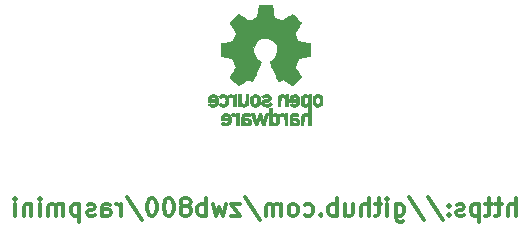
<source format=gbo>
G04 #@! TF.FileFunction,Legend,Bot*
%FSLAX46Y46*%
G04 Gerber Fmt 4.6, Leading zero omitted, Abs format (unit mm)*
G04 Created by KiCad (PCBNEW 4.0.4-stable) date 10/20/16 10:06:23*
%MOMM*%
%LPD*%
G01*
G04 APERTURE LIST*
%ADD10C,0.100000*%
%ADD11C,0.300000*%
%ADD12C,0.010000*%
G04 APERTURE END LIST*
D10*
D11*
X164688573Y-77513571D02*
X164688573Y-76013571D01*
X164045716Y-77513571D02*
X164045716Y-76727857D01*
X164117145Y-76585000D01*
X164260002Y-76513571D01*
X164474287Y-76513571D01*
X164617145Y-76585000D01*
X164688573Y-76656429D01*
X163545716Y-76513571D02*
X162974287Y-76513571D01*
X163331430Y-76013571D02*
X163331430Y-77299286D01*
X163260002Y-77442143D01*
X163117144Y-77513571D01*
X162974287Y-77513571D01*
X162688573Y-76513571D02*
X162117144Y-76513571D01*
X162474287Y-76013571D02*
X162474287Y-77299286D01*
X162402859Y-77442143D01*
X162260001Y-77513571D01*
X162117144Y-77513571D01*
X161617144Y-76513571D02*
X161617144Y-78013571D01*
X161617144Y-76585000D02*
X161474287Y-76513571D01*
X161188573Y-76513571D01*
X161045716Y-76585000D01*
X160974287Y-76656429D01*
X160902858Y-76799286D01*
X160902858Y-77227857D01*
X160974287Y-77370714D01*
X161045716Y-77442143D01*
X161188573Y-77513571D01*
X161474287Y-77513571D01*
X161617144Y-77442143D01*
X160331430Y-77442143D02*
X160188573Y-77513571D01*
X159902858Y-77513571D01*
X159760001Y-77442143D01*
X159688573Y-77299286D01*
X159688573Y-77227857D01*
X159760001Y-77085000D01*
X159902858Y-77013571D01*
X160117144Y-77013571D01*
X160260001Y-76942143D01*
X160331430Y-76799286D01*
X160331430Y-76727857D01*
X160260001Y-76585000D01*
X160117144Y-76513571D01*
X159902858Y-76513571D01*
X159760001Y-76585000D01*
X159045715Y-77370714D02*
X158974287Y-77442143D01*
X159045715Y-77513571D01*
X159117144Y-77442143D01*
X159045715Y-77370714D01*
X159045715Y-77513571D01*
X159045715Y-76585000D02*
X158974287Y-76656429D01*
X159045715Y-76727857D01*
X159117144Y-76656429D01*
X159045715Y-76585000D01*
X159045715Y-76727857D01*
X157260001Y-75942143D02*
X158545715Y-77870714D01*
X155688572Y-75942143D02*
X156974286Y-77870714D01*
X154545714Y-76513571D02*
X154545714Y-77727857D01*
X154617143Y-77870714D01*
X154688571Y-77942143D01*
X154831428Y-78013571D01*
X155045714Y-78013571D01*
X155188571Y-77942143D01*
X154545714Y-77442143D02*
X154688571Y-77513571D01*
X154974285Y-77513571D01*
X155117143Y-77442143D01*
X155188571Y-77370714D01*
X155260000Y-77227857D01*
X155260000Y-76799286D01*
X155188571Y-76656429D01*
X155117143Y-76585000D01*
X154974285Y-76513571D01*
X154688571Y-76513571D01*
X154545714Y-76585000D01*
X153831428Y-77513571D02*
X153831428Y-76513571D01*
X153831428Y-76013571D02*
X153902857Y-76085000D01*
X153831428Y-76156429D01*
X153760000Y-76085000D01*
X153831428Y-76013571D01*
X153831428Y-76156429D01*
X153331428Y-76513571D02*
X152759999Y-76513571D01*
X153117142Y-76013571D02*
X153117142Y-77299286D01*
X153045714Y-77442143D01*
X152902856Y-77513571D01*
X152759999Y-77513571D01*
X152259999Y-77513571D02*
X152259999Y-76013571D01*
X151617142Y-77513571D02*
X151617142Y-76727857D01*
X151688571Y-76585000D01*
X151831428Y-76513571D01*
X152045713Y-76513571D01*
X152188571Y-76585000D01*
X152259999Y-76656429D01*
X150259999Y-76513571D02*
X150259999Y-77513571D01*
X150902856Y-76513571D02*
X150902856Y-77299286D01*
X150831428Y-77442143D01*
X150688570Y-77513571D01*
X150474285Y-77513571D01*
X150331428Y-77442143D01*
X150259999Y-77370714D01*
X149545713Y-77513571D02*
X149545713Y-76013571D01*
X149545713Y-76585000D02*
X149402856Y-76513571D01*
X149117142Y-76513571D01*
X148974285Y-76585000D01*
X148902856Y-76656429D01*
X148831427Y-76799286D01*
X148831427Y-77227857D01*
X148902856Y-77370714D01*
X148974285Y-77442143D01*
X149117142Y-77513571D01*
X149402856Y-77513571D01*
X149545713Y-77442143D01*
X148188570Y-77370714D02*
X148117142Y-77442143D01*
X148188570Y-77513571D01*
X148259999Y-77442143D01*
X148188570Y-77370714D01*
X148188570Y-77513571D01*
X146831427Y-77442143D02*
X146974284Y-77513571D01*
X147259998Y-77513571D01*
X147402856Y-77442143D01*
X147474284Y-77370714D01*
X147545713Y-77227857D01*
X147545713Y-76799286D01*
X147474284Y-76656429D01*
X147402856Y-76585000D01*
X147259998Y-76513571D01*
X146974284Y-76513571D01*
X146831427Y-76585000D01*
X145974284Y-77513571D02*
X146117142Y-77442143D01*
X146188570Y-77370714D01*
X146259999Y-77227857D01*
X146259999Y-76799286D01*
X146188570Y-76656429D01*
X146117142Y-76585000D01*
X145974284Y-76513571D01*
X145759999Y-76513571D01*
X145617142Y-76585000D01*
X145545713Y-76656429D01*
X145474284Y-76799286D01*
X145474284Y-77227857D01*
X145545713Y-77370714D01*
X145617142Y-77442143D01*
X145759999Y-77513571D01*
X145974284Y-77513571D01*
X144831427Y-77513571D02*
X144831427Y-76513571D01*
X144831427Y-76656429D02*
X144759999Y-76585000D01*
X144617141Y-76513571D01*
X144402856Y-76513571D01*
X144259999Y-76585000D01*
X144188570Y-76727857D01*
X144188570Y-77513571D01*
X144188570Y-76727857D02*
X144117141Y-76585000D01*
X143974284Y-76513571D01*
X143759999Y-76513571D01*
X143617141Y-76585000D01*
X143545713Y-76727857D01*
X143545713Y-77513571D01*
X141759999Y-75942143D02*
X143045713Y-77870714D01*
X141402855Y-76513571D02*
X140617141Y-76513571D01*
X141402855Y-77513571D01*
X140617141Y-77513571D01*
X140188569Y-76513571D02*
X139902855Y-77513571D01*
X139617141Y-76799286D01*
X139331426Y-77513571D01*
X139045712Y-76513571D01*
X138474283Y-77513571D02*
X138474283Y-76013571D01*
X138474283Y-76585000D02*
X138331426Y-76513571D01*
X138045712Y-76513571D01*
X137902855Y-76585000D01*
X137831426Y-76656429D01*
X137759997Y-76799286D01*
X137759997Y-77227857D01*
X137831426Y-77370714D01*
X137902855Y-77442143D01*
X138045712Y-77513571D01*
X138331426Y-77513571D01*
X138474283Y-77442143D01*
X136902854Y-76656429D02*
X137045712Y-76585000D01*
X137117140Y-76513571D01*
X137188569Y-76370714D01*
X137188569Y-76299286D01*
X137117140Y-76156429D01*
X137045712Y-76085000D01*
X136902854Y-76013571D01*
X136617140Y-76013571D01*
X136474283Y-76085000D01*
X136402854Y-76156429D01*
X136331426Y-76299286D01*
X136331426Y-76370714D01*
X136402854Y-76513571D01*
X136474283Y-76585000D01*
X136617140Y-76656429D01*
X136902854Y-76656429D01*
X137045712Y-76727857D01*
X137117140Y-76799286D01*
X137188569Y-76942143D01*
X137188569Y-77227857D01*
X137117140Y-77370714D01*
X137045712Y-77442143D01*
X136902854Y-77513571D01*
X136617140Y-77513571D01*
X136474283Y-77442143D01*
X136402854Y-77370714D01*
X136331426Y-77227857D01*
X136331426Y-76942143D01*
X136402854Y-76799286D01*
X136474283Y-76727857D01*
X136617140Y-76656429D01*
X135402855Y-76013571D02*
X135259998Y-76013571D01*
X135117141Y-76085000D01*
X135045712Y-76156429D01*
X134974283Y-76299286D01*
X134902855Y-76585000D01*
X134902855Y-76942143D01*
X134974283Y-77227857D01*
X135045712Y-77370714D01*
X135117141Y-77442143D01*
X135259998Y-77513571D01*
X135402855Y-77513571D01*
X135545712Y-77442143D01*
X135617141Y-77370714D01*
X135688569Y-77227857D01*
X135759998Y-76942143D01*
X135759998Y-76585000D01*
X135688569Y-76299286D01*
X135617141Y-76156429D01*
X135545712Y-76085000D01*
X135402855Y-76013571D01*
X133974284Y-76013571D02*
X133831427Y-76013571D01*
X133688570Y-76085000D01*
X133617141Y-76156429D01*
X133545712Y-76299286D01*
X133474284Y-76585000D01*
X133474284Y-76942143D01*
X133545712Y-77227857D01*
X133617141Y-77370714D01*
X133688570Y-77442143D01*
X133831427Y-77513571D01*
X133974284Y-77513571D01*
X134117141Y-77442143D01*
X134188570Y-77370714D01*
X134259998Y-77227857D01*
X134331427Y-76942143D01*
X134331427Y-76585000D01*
X134259998Y-76299286D01*
X134188570Y-76156429D01*
X134117141Y-76085000D01*
X133974284Y-76013571D01*
X131759999Y-75942143D02*
X133045713Y-77870714D01*
X131259998Y-77513571D02*
X131259998Y-76513571D01*
X131259998Y-76799286D02*
X131188570Y-76656429D01*
X131117141Y-76585000D01*
X130974284Y-76513571D01*
X130831427Y-76513571D01*
X129688570Y-77513571D02*
X129688570Y-76727857D01*
X129759999Y-76585000D01*
X129902856Y-76513571D01*
X130188570Y-76513571D01*
X130331427Y-76585000D01*
X129688570Y-77442143D02*
X129831427Y-77513571D01*
X130188570Y-77513571D01*
X130331427Y-77442143D01*
X130402856Y-77299286D01*
X130402856Y-77156429D01*
X130331427Y-77013571D01*
X130188570Y-76942143D01*
X129831427Y-76942143D01*
X129688570Y-76870714D01*
X129045713Y-77442143D02*
X128902856Y-77513571D01*
X128617141Y-77513571D01*
X128474284Y-77442143D01*
X128402856Y-77299286D01*
X128402856Y-77227857D01*
X128474284Y-77085000D01*
X128617141Y-77013571D01*
X128831427Y-77013571D01*
X128974284Y-76942143D01*
X129045713Y-76799286D01*
X129045713Y-76727857D01*
X128974284Y-76585000D01*
X128831427Y-76513571D01*
X128617141Y-76513571D01*
X128474284Y-76585000D01*
X127759998Y-76513571D02*
X127759998Y-78013571D01*
X127759998Y-76585000D02*
X127617141Y-76513571D01*
X127331427Y-76513571D01*
X127188570Y-76585000D01*
X127117141Y-76656429D01*
X127045712Y-76799286D01*
X127045712Y-77227857D01*
X127117141Y-77370714D01*
X127188570Y-77442143D01*
X127331427Y-77513571D01*
X127617141Y-77513571D01*
X127759998Y-77442143D01*
X126402855Y-77513571D02*
X126402855Y-76513571D01*
X126402855Y-76656429D02*
X126331427Y-76585000D01*
X126188569Y-76513571D01*
X125974284Y-76513571D01*
X125831427Y-76585000D01*
X125759998Y-76727857D01*
X125759998Y-77513571D01*
X125759998Y-76727857D02*
X125688569Y-76585000D01*
X125545712Y-76513571D01*
X125331427Y-76513571D01*
X125188569Y-76585000D01*
X125117141Y-76727857D01*
X125117141Y-77513571D01*
X124402855Y-77513571D02*
X124402855Y-76513571D01*
X124402855Y-76013571D02*
X124474284Y-76085000D01*
X124402855Y-76156429D01*
X124331427Y-76085000D01*
X124402855Y-76013571D01*
X124402855Y-76156429D01*
X123688569Y-76513571D02*
X123688569Y-77513571D01*
X123688569Y-76656429D02*
X123617141Y-76585000D01*
X123474283Y-76513571D01*
X123259998Y-76513571D01*
X123117141Y-76585000D01*
X123045712Y-76727857D01*
X123045712Y-77513571D01*
X122331426Y-77513571D02*
X122331426Y-76513571D01*
X122331426Y-76013571D02*
X122402855Y-76085000D01*
X122331426Y-76156429D01*
X122259998Y-76085000D01*
X122331426Y-76013571D01*
X122331426Y-76156429D01*
D12*
G36*
X146775839Y-67226239D02*
X146662641Y-67277809D01*
X146571380Y-67369135D01*
X146565880Y-67377291D01*
X146543217Y-67440250D01*
X146527823Y-67539588D01*
X146519699Y-67661406D01*
X146518845Y-67791806D01*
X146525260Y-67916890D01*
X146538946Y-68022760D01*
X146559901Y-68095517D01*
X146565880Y-68106308D01*
X146655080Y-68200419D01*
X146767068Y-68255003D01*
X146890219Y-68266936D01*
X147012908Y-68233097D01*
X147021550Y-68228739D01*
X147116800Y-68179076D01*
X147116800Y-68882207D01*
X147028716Y-68845403D01*
X146892703Y-68811530D01*
X146765865Y-68825889D01*
X146682407Y-68866256D01*
X146620078Y-68914107D01*
X146574231Y-68967886D01*
X146542457Y-69035969D01*
X146522345Y-69126735D01*
X146511487Y-69248560D01*
X146507473Y-69409822D01*
X146507240Y-69475350D01*
X146507200Y-69850000D01*
X146735800Y-69850000D01*
X146735800Y-69531238D01*
X146738068Y-69373416D01*
X146745321Y-69259111D01*
X146758234Y-69181221D01*
X146772961Y-69140616D01*
X146834067Y-69065907D01*
X146910794Y-69036825D01*
X146993851Y-69054725D01*
X147054455Y-69099545D01*
X147079529Y-69126972D01*
X147096788Y-69156648D01*
X147107688Y-69198065D01*
X147113686Y-69260717D01*
X147116237Y-69354097D01*
X147116798Y-69487697D01*
X147116800Y-69505945D01*
X147116800Y-69850000D01*
X147345400Y-69850000D01*
X147345400Y-67739330D01*
X147116800Y-67739330D01*
X147102508Y-67868006D01*
X147062751Y-67965284D01*
X147002210Y-68026417D01*
X146925567Y-68046656D01*
X146838402Y-68021736D01*
X146785023Y-67968022D01*
X146751817Y-67883646D01*
X146738030Y-67781451D01*
X146742911Y-67674284D01*
X146765706Y-67574991D01*
X146805664Y-67496417D01*
X146862032Y-67451407D01*
X146871994Y-67448310D01*
X146964701Y-67446462D01*
X147038455Y-67488785D01*
X147089686Y-67571038D01*
X147114825Y-67688978D01*
X147116800Y-67739330D01*
X147345400Y-67739330D01*
X147345400Y-67233800D01*
X147231100Y-67233800D01*
X147153500Y-67239570D01*
X147119522Y-67258117D01*
X147116800Y-67269161D01*
X147107090Y-67286876D01*
X147071676Y-67278978D01*
X147021550Y-67254860D01*
X146899351Y-67217548D01*
X146775839Y-67226239D01*
X146775839Y-67226239D01*
G37*
X146775839Y-67226239D02*
X146662641Y-67277809D01*
X146571380Y-67369135D01*
X146565880Y-67377291D01*
X146543217Y-67440250D01*
X146527823Y-67539588D01*
X146519699Y-67661406D01*
X146518845Y-67791806D01*
X146525260Y-67916890D01*
X146538946Y-68022760D01*
X146559901Y-68095517D01*
X146565880Y-68106308D01*
X146655080Y-68200419D01*
X146767068Y-68255003D01*
X146890219Y-68266936D01*
X147012908Y-68233097D01*
X147021550Y-68228739D01*
X147116800Y-68179076D01*
X147116800Y-68882207D01*
X147028716Y-68845403D01*
X146892703Y-68811530D01*
X146765865Y-68825889D01*
X146682407Y-68866256D01*
X146620078Y-68914107D01*
X146574231Y-68967886D01*
X146542457Y-69035969D01*
X146522345Y-69126735D01*
X146511487Y-69248560D01*
X146507473Y-69409822D01*
X146507240Y-69475350D01*
X146507200Y-69850000D01*
X146735800Y-69850000D01*
X146735800Y-69531238D01*
X146738068Y-69373416D01*
X146745321Y-69259111D01*
X146758234Y-69181221D01*
X146772961Y-69140616D01*
X146834067Y-69065907D01*
X146910794Y-69036825D01*
X146993851Y-69054725D01*
X147054455Y-69099545D01*
X147079529Y-69126972D01*
X147096788Y-69156648D01*
X147107688Y-69198065D01*
X147113686Y-69260717D01*
X147116237Y-69354097D01*
X147116798Y-69487697D01*
X147116800Y-69505945D01*
X147116800Y-69850000D01*
X147345400Y-69850000D01*
X147345400Y-67739330D01*
X147116800Y-67739330D01*
X147102508Y-67868006D01*
X147062751Y-67965284D01*
X147002210Y-68026417D01*
X146925567Y-68046656D01*
X146838402Y-68021736D01*
X146785023Y-67968022D01*
X146751817Y-67883646D01*
X146738030Y-67781451D01*
X146742911Y-67674284D01*
X146765706Y-67574991D01*
X146805664Y-67496417D01*
X146862032Y-67451407D01*
X146871994Y-67448310D01*
X146964701Y-67446462D01*
X147038455Y-67488785D01*
X147089686Y-67571038D01*
X147114825Y-67688978D01*
X147116800Y-67739330D01*
X147345400Y-67739330D01*
X147345400Y-67233800D01*
X147231100Y-67233800D01*
X147153500Y-67239570D01*
X147119522Y-67258117D01*
X147116800Y-67269161D01*
X147107090Y-67286876D01*
X147071676Y-67278978D01*
X147021550Y-67254860D01*
X146899351Y-67217548D01*
X146775839Y-67226239D01*
G36*
X145904075Y-68813569D02*
X145782528Y-68838802D01*
X145737672Y-68856896D01*
X145664662Y-68902366D01*
X145609891Y-68954453D01*
X145596707Y-68975269D01*
X145584523Y-69029443D01*
X145575339Y-69128593D01*
X145569512Y-69266961D01*
X145567403Y-69438793D01*
X145567400Y-69444795D01*
X145567400Y-69850000D01*
X145681700Y-69850000D01*
X145758845Y-69843636D01*
X145794392Y-69825728D01*
X145796000Y-69819519D01*
X145803498Y-69801848D01*
X145826480Y-69819519D01*
X145868272Y-69836145D01*
X145946587Y-69846964D01*
X146027732Y-69850000D01*
X146126573Y-69847077D01*
X146192649Y-69835187D01*
X146243814Y-69809642D01*
X146275909Y-69784867D01*
X146351909Y-69690610D01*
X146387171Y-69577172D01*
X146383618Y-69532500D01*
X146177000Y-69532500D01*
X146154455Y-69580986D01*
X146096940Y-69618064D01*
X146019635Y-69640423D01*
X145937720Y-69644752D01*
X145866377Y-69627742D01*
X145835915Y-69606885D01*
X145806310Y-69552655D01*
X145796000Y-69492585D01*
X145798673Y-69449405D01*
X145815196Y-69427334D01*
X145858326Y-69419292D01*
X145930049Y-69418200D01*
X146037375Y-69429081D01*
X146120249Y-69458636D01*
X146168659Y-69502229D01*
X146177000Y-69532500D01*
X146383618Y-69532500D01*
X146378062Y-69462650D01*
X146339861Y-69365691D01*
X146284353Y-69300162D01*
X146202745Y-69260980D01*
X146086242Y-69243061D01*
X145993549Y-69240400D01*
X145796000Y-69240400D01*
X145796000Y-69167310D01*
X145816600Y-69090493D01*
X145873707Y-69042633D01*
X145960281Y-69026529D01*
X146069282Y-69044976D01*
X146088100Y-69051239D01*
X146156345Y-69071955D01*
X146200882Y-69070935D01*
X146244597Y-69046680D01*
X146253200Y-69040428D01*
X146305012Y-68989252D01*
X146308882Y-68941846D01*
X146264481Y-68890043D01*
X146246577Y-68876027D01*
X146154257Y-68832864D01*
X146034037Y-68811818D01*
X145904075Y-68813569D01*
X145904075Y-68813569D01*
G37*
X145904075Y-68813569D02*
X145782528Y-68838802D01*
X145737672Y-68856896D01*
X145664662Y-68902366D01*
X145609891Y-68954453D01*
X145596707Y-68975269D01*
X145584523Y-69029443D01*
X145575339Y-69128593D01*
X145569512Y-69266961D01*
X145567403Y-69438793D01*
X145567400Y-69444795D01*
X145567400Y-69850000D01*
X145681700Y-69850000D01*
X145758845Y-69843636D01*
X145794392Y-69825728D01*
X145796000Y-69819519D01*
X145803498Y-69801848D01*
X145826480Y-69819519D01*
X145868272Y-69836145D01*
X145946587Y-69846964D01*
X146027732Y-69850000D01*
X146126573Y-69847077D01*
X146192649Y-69835187D01*
X146243814Y-69809642D01*
X146275909Y-69784867D01*
X146351909Y-69690610D01*
X146387171Y-69577172D01*
X146383618Y-69532500D01*
X146177000Y-69532500D01*
X146154455Y-69580986D01*
X146096940Y-69618064D01*
X146019635Y-69640423D01*
X145937720Y-69644752D01*
X145866377Y-69627742D01*
X145835915Y-69606885D01*
X145806310Y-69552655D01*
X145796000Y-69492585D01*
X145798673Y-69449405D01*
X145815196Y-69427334D01*
X145858326Y-69419292D01*
X145930049Y-69418200D01*
X146037375Y-69429081D01*
X146120249Y-69458636D01*
X146168659Y-69502229D01*
X146177000Y-69532500D01*
X146383618Y-69532500D01*
X146378062Y-69462650D01*
X146339861Y-69365691D01*
X146284353Y-69300162D01*
X146202745Y-69260980D01*
X146086242Y-69243061D01*
X145993549Y-69240400D01*
X145796000Y-69240400D01*
X145796000Y-69167310D01*
X145816600Y-69090493D01*
X145873707Y-69042633D01*
X145960281Y-69026529D01*
X146069282Y-69044976D01*
X146088100Y-69051239D01*
X146156345Y-69071955D01*
X146200882Y-69070935D01*
X146244597Y-69046680D01*
X146253200Y-69040428D01*
X146305012Y-68989252D01*
X146308882Y-68941846D01*
X146264481Y-68890043D01*
X146246577Y-68876027D01*
X146154257Y-68832864D01*
X146034037Y-68811818D01*
X145904075Y-68813569D01*
G36*
X145174564Y-68813586D02*
X145140248Y-68830540D01*
X145135600Y-68846700D01*
X145132829Y-68875868D01*
X145116045Y-68880958D01*
X145072544Y-68861989D01*
X145043254Y-68846856D01*
X144926385Y-68812517D01*
X144802113Y-68820167D01*
X144727939Y-68847352D01*
X144677057Y-68876650D01*
X144653243Y-68896244D01*
X144653000Y-68897268D01*
X144668240Y-68921283D01*
X144706798Y-68969191D01*
X144729722Y-68995813D01*
X144780213Y-69048676D01*
X144817724Y-69068497D01*
X144860345Y-69062420D01*
X144880331Y-69055304D01*
X144971481Y-69044010D01*
X145051749Y-69075411D01*
X145106830Y-69143450D01*
X145110710Y-69152841D01*
X145120370Y-69203145D01*
X145128282Y-69291748D01*
X145133631Y-69406159D01*
X145135600Y-69533883D01*
X145135600Y-69850000D01*
X145364200Y-69850000D01*
X145364200Y-68808600D01*
X145249900Y-68808600D01*
X145174564Y-68813586D01*
X145174564Y-68813586D01*
G37*
X145174564Y-68813586D02*
X145140248Y-68830540D01*
X145135600Y-68846700D01*
X145132829Y-68875868D01*
X145116045Y-68880958D01*
X145072544Y-68861989D01*
X145043254Y-68846856D01*
X144926385Y-68812517D01*
X144802113Y-68820167D01*
X144727939Y-68847352D01*
X144677057Y-68876650D01*
X144653243Y-68896244D01*
X144653000Y-68897268D01*
X144668240Y-68921283D01*
X144706798Y-68969191D01*
X144729722Y-68995813D01*
X144780213Y-69048676D01*
X144817724Y-69068497D01*
X144860345Y-69062420D01*
X144880331Y-69055304D01*
X144971481Y-69044010D01*
X145051749Y-69075411D01*
X145106830Y-69143450D01*
X145110710Y-69152841D01*
X145120370Y-69203145D01*
X145128282Y-69291748D01*
X145133631Y-69406159D01*
X145135600Y-69533883D01*
X145135600Y-69850000D01*
X145364200Y-69850000D01*
X145364200Y-68808600D01*
X145249900Y-68808600D01*
X145174564Y-68813586D01*
G36*
X143840200Y-69850000D02*
X143954500Y-69850000D01*
X144029431Y-69845161D01*
X144063757Y-69828505D01*
X144068800Y-69811247D01*
X144073895Y-69787516D01*
X144098094Y-69789427D01*
X144143739Y-69811247D01*
X144252922Y-69844037D01*
X144375920Y-69845279D01*
X144488967Y-69815656D01*
X144518029Y-69800464D01*
X144575921Y-69759906D01*
X144616464Y-69714259D01*
X144642627Y-69653984D01*
X144657376Y-69569544D01*
X144663680Y-69451402D01*
X144664312Y-69371087D01*
X144446866Y-69371087D01*
X144432668Y-69476994D01*
X144401231Y-69559541D01*
X144383488Y-69582483D01*
X144318544Y-69615701D01*
X144236444Y-69618508D01*
X144159726Y-69592197D01*
X144129887Y-69567933D01*
X144103288Y-69527120D01*
X144088253Y-69469201D01*
X144082094Y-69380640D01*
X144081500Y-69324389D01*
X144083254Y-69223988D01*
X144090828Y-69160524D01*
X144107692Y-69120185D01*
X144137316Y-69089161D01*
X144141464Y-69085755D01*
X144223346Y-69044912D01*
X144308316Y-69043303D01*
X144379465Y-69080845D01*
X144385368Y-69086969D01*
X144423282Y-69158698D01*
X144443759Y-69259196D01*
X144446866Y-69371087D01*
X144664312Y-69371087D01*
X144664642Y-69329300D01*
X144661640Y-69173622D01*
X144651064Y-69059544D01*
X144629614Y-68978045D01*
X144593992Y-68920106D01*
X144540897Y-68876707D01*
X144488924Y-68848888D01*
X144359780Y-68812382D01*
X144233220Y-68823322D01*
X144151350Y-68859121D01*
X144068800Y-68909453D01*
X144068800Y-68402200D01*
X143840200Y-68402200D01*
X143840200Y-69850000D01*
X143840200Y-69850000D01*
G37*
X143840200Y-69850000D02*
X143954500Y-69850000D01*
X144029431Y-69845161D01*
X144063757Y-69828505D01*
X144068800Y-69811247D01*
X144073895Y-69787516D01*
X144098094Y-69789427D01*
X144143739Y-69811247D01*
X144252922Y-69844037D01*
X144375920Y-69845279D01*
X144488967Y-69815656D01*
X144518029Y-69800464D01*
X144575921Y-69759906D01*
X144616464Y-69714259D01*
X144642627Y-69653984D01*
X144657376Y-69569544D01*
X144663680Y-69451402D01*
X144664312Y-69371087D01*
X144446866Y-69371087D01*
X144432668Y-69476994D01*
X144401231Y-69559541D01*
X144383488Y-69582483D01*
X144318544Y-69615701D01*
X144236444Y-69618508D01*
X144159726Y-69592197D01*
X144129887Y-69567933D01*
X144103288Y-69527120D01*
X144088253Y-69469201D01*
X144082094Y-69380640D01*
X144081500Y-69324389D01*
X144083254Y-69223988D01*
X144090828Y-69160524D01*
X144107692Y-69120185D01*
X144137316Y-69089161D01*
X144141464Y-69085755D01*
X144223346Y-69044912D01*
X144308316Y-69043303D01*
X144379465Y-69080845D01*
X144385368Y-69086969D01*
X144423282Y-69158698D01*
X144443759Y-69259196D01*
X144446866Y-69371087D01*
X144664312Y-69371087D01*
X144664642Y-69329300D01*
X144661640Y-69173622D01*
X144651064Y-69059544D01*
X144629614Y-68978045D01*
X144593992Y-68920106D01*
X144540897Y-68876707D01*
X144488924Y-68848888D01*
X144359780Y-68812382D01*
X144233220Y-68823322D01*
X144151350Y-68859121D01*
X144068800Y-68909453D01*
X144068800Y-68402200D01*
X143840200Y-68402200D01*
X143840200Y-69850000D01*
G36*
X143434789Y-69138744D02*
X143401768Y-69257814D01*
X143371987Y-69354942D01*
X143348224Y-69421795D01*
X143333257Y-69450041D01*
X143331019Y-69449894D01*
X143317652Y-69419652D01*
X143292841Y-69350666D01*
X143259973Y-69252778D01*
X143222436Y-69135830D01*
X143217393Y-69119750D01*
X143120077Y-68808600D01*
X142954717Y-68808600D01*
X142846083Y-69137758D01*
X142806015Y-69256641D01*
X142771247Y-69355059D01*
X142744892Y-69424561D01*
X142730058Y-69456695D01*
X142728318Y-69457784D01*
X142718220Y-69432176D01*
X142697215Y-69363861D01*
X142664829Y-69251190D01*
X142620588Y-69092518D01*
X142568831Y-68903850D01*
X142549465Y-68844934D01*
X142522695Y-68817274D01*
X142471277Y-68809081D01*
X142429521Y-68808600D01*
X142357957Y-68814362D01*
X142319489Y-68829529D01*
X142316200Y-68836812D01*
X142323624Y-68868626D01*
X142344340Y-68941051D01*
X142376017Y-69046362D01*
X142416323Y-69176834D01*
X142462926Y-69324740D01*
X142473364Y-69357512D01*
X142630528Y-69850000D01*
X142733714Y-69849964D01*
X142836900Y-69849929D01*
X142883048Y-69691214D01*
X142916046Y-69578687D01*
X142954293Y-69449640D01*
X142982245Y-69356202D01*
X143035294Y-69179904D01*
X143095627Y-69381602D01*
X143130300Y-69497846D01*
X143165166Y-69615277D01*
X143193145Y-69710046D01*
X143195083Y-69716650D01*
X143219244Y-69793097D01*
X143242146Y-69832757D01*
X143276439Y-69847701D01*
X143334771Y-69849999D01*
X143334800Y-69850000D01*
X143403622Y-69842559D01*
X143443932Y-69823616D01*
X143447252Y-69818250D01*
X143460662Y-69778884D01*
X143485542Y-69702784D01*
X143519087Y-69598783D01*
X143558493Y-69475716D01*
X143600956Y-69342415D01*
X143643674Y-69207716D01*
X143683841Y-69080452D01*
X143718654Y-68969456D01*
X143745309Y-68883564D01*
X143761003Y-68831608D01*
X143764000Y-68820266D01*
X143741203Y-68813468D01*
X143683201Y-68809263D01*
X143643124Y-68808600D01*
X143522248Y-68808600D01*
X143434789Y-69138744D01*
X143434789Y-69138744D01*
G37*
X143434789Y-69138744D02*
X143401768Y-69257814D01*
X143371987Y-69354942D01*
X143348224Y-69421795D01*
X143333257Y-69450041D01*
X143331019Y-69449894D01*
X143317652Y-69419652D01*
X143292841Y-69350666D01*
X143259973Y-69252778D01*
X143222436Y-69135830D01*
X143217393Y-69119750D01*
X143120077Y-68808600D01*
X142954717Y-68808600D01*
X142846083Y-69137758D01*
X142806015Y-69256641D01*
X142771247Y-69355059D01*
X142744892Y-69424561D01*
X142730058Y-69456695D01*
X142728318Y-69457784D01*
X142718220Y-69432176D01*
X142697215Y-69363861D01*
X142664829Y-69251190D01*
X142620588Y-69092518D01*
X142568831Y-68903850D01*
X142549465Y-68844934D01*
X142522695Y-68817274D01*
X142471277Y-68809081D01*
X142429521Y-68808600D01*
X142357957Y-68814362D01*
X142319489Y-68829529D01*
X142316200Y-68836812D01*
X142323624Y-68868626D01*
X142344340Y-68941051D01*
X142376017Y-69046362D01*
X142416323Y-69176834D01*
X142462926Y-69324740D01*
X142473364Y-69357512D01*
X142630528Y-69850000D01*
X142733714Y-69849964D01*
X142836900Y-69849929D01*
X142883048Y-69691214D01*
X142916046Y-69578687D01*
X142954293Y-69449640D01*
X142982245Y-69356202D01*
X143035294Y-69179904D01*
X143095627Y-69381602D01*
X143130300Y-69497846D01*
X143165166Y-69615277D01*
X143193145Y-69710046D01*
X143195083Y-69716650D01*
X143219244Y-69793097D01*
X143242146Y-69832757D01*
X143276439Y-69847701D01*
X143334771Y-69849999D01*
X143334800Y-69850000D01*
X143403622Y-69842559D01*
X143443932Y-69823616D01*
X143447252Y-69818250D01*
X143460662Y-69778884D01*
X143485542Y-69702784D01*
X143519087Y-69598783D01*
X143558493Y-69475716D01*
X143600956Y-69342415D01*
X143643674Y-69207716D01*
X143683841Y-69080452D01*
X143718654Y-68969456D01*
X143745309Y-68883564D01*
X143761003Y-68831608D01*
X143764000Y-68820266D01*
X143741203Y-68813468D01*
X143683201Y-68809263D01*
X143643124Y-68808600D01*
X143522248Y-68808600D01*
X143434789Y-69138744D01*
G36*
X141786219Y-68818791D02*
X141655994Y-68855888D01*
X141561116Y-68926165D01*
X141536079Y-68958406D01*
X141514101Y-68994165D01*
X141498485Y-69031657D01*
X141488152Y-69079969D01*
X141482022Y-69148190D01*
X141479016Y-69245406D01*
X141478054Y-69380705D01*
X141478000Y-69447356D01*
X141478000Y-69850000D01*
X141592300Y-69850000D01*
X141660464Y-69844777D01*
X141701354Y-69831565D01*
X141706600Y-69823706D01*
X141722149Y-69810386D01*
X141755731Y-69823706D01*
X141832084Y-69845251D01*
X141935626Y-69850834D01*
X142045710Y-69841590D01*
X142141689Y-69818654D01*
X142181467Y-69800319D01*
X142258768Y-69725295D01*
X142302067Y-69622292D01*
X142305112Y-69551201D01*
X142085147Y-69551201D01*
X142060265Y-69605793D01*
X142043150Y-69619365D01*
X141965245Y-69642367D01*
X141870039Y-69642043D01*
X141784731Y-69619570D01*
X141763052Y-69607259D01*
X141715135Y-69544573D01*
X141706600Y-69492959D01*
X141709010Y-69450405D01*
X141724522Y-69428142D01*
X141765567Y-69419598D01*
X141844572Y-69418200D01*
X141847970Y-69418200D01*
X141936311Y-69422811D01*
X142009664Y-69434631D01*
X142038470Y-69444493D01*
X142077675Y-69489712D01*
X142085147Y-69551201D01*
X142305112Y-69551201D01*
X142307112Y-69504510D01*
X142295040Y-69447735D01*
X142262781Y-69363959D01*
X142218796Y-69307244D01*
X142153148Y-69272007D01*
X142055895Y-69252669D01*
X141932570Y-69244222D01*
X141706600Y-69235345D01*
X141706600Y-69164782D01*
X141719735Y-69100924D01*
X141745126Y-69062246D01*
X141803001Y-69039034D01*
X141887511Y-69031340D01*
X141976914Y-69039185D01*
X142048277Y-69061945D01*
X142093749Y-69078627D01*
X142136601Y-69068176D01*
X142186850Y-69034921D01*
X142241511Y-68987061D01*
X142252372Y-68948013D01*
X142218968Y-68905105D01*
X142180975Y-68874831D01*
X142095659Y-68835315D01*
X141969003Y-68815125D01*
X141953977Y-68814119D01*
X141786219Y-68818791D01*
X141786219Y-68818791D01*
G37*
X141786219Y-68818791D02*
X141655994Y-68855888D01*
X141561116Y-68926165D01*
X141536079Y-68958406D01*
X141514101Y-68994165D01*
X141498485Y-69031657D01*
X141488152Y-69079969D01*
X141482022Y-69148190D01*
X141479016Y-69245406D01*
X141478054Y-69380705D01*
X141478000Y-69447356D01*
X141478000Y-69850000D01*
X141592300Y-69850000D01*
X141660464Y-69844777D01*
X141701354Y-69831565D01*
X141706600Y-69823706D01*
X141722149Y-69810386D01*
X141755731Y-69823706D01*
X141832084Y-69845251D01*
X141935626Y-69850834D01*
X142045710Y-69841590D01*
X142141689Y-69818654D01*
X142181467Y-69800319D01*
X142258768Y-69725295D01*
X142302067Y-69622292D01*
X142305112Y-69551201D01*
X142085147Y-69551201D01*
X142060265Y-69605793D01*
X142043150Y-69619365D01*
X141965245Y-69642367D01*
X141870039Y-69642043D01*
X141784731Y-69619570D01*
X141763052Y-69607259D01*
X141715135Y-69544573D01*
X141706600Y-69492959D01*
X141709010Y-69450405D01*
X141724522Y-69428142D01*
X141765567Y-69419598D01*
X141844572Y-69418200D01*
X141847970Y-69418200D01*
X141936311Y-69422811D01*
X142009664Y-69434631D01*
X142038470Y-69444493D01*
X142077675Y-69489712D01*
X142085147Y-69551201D01*
X142305112Y-69551201D01*
X142307112Y-69504510D01*
X142295040Y-69447735D01*
X142262781Y-69363959D01*
X142218796Y-69307244D01*
X142153148Y-69272007D01*
X142055895Y-69252669D01*
X141932570Y-69244222D01*
X141706600Y-69235345D01*
X141706600Y-69164782D01*
X141719735Y-69100924D01*
X141745126Y-69062246D01*
X141803001Y-69039034D01*
X141887511Y-69031340D01*
X141976914Y-69039185D01*
X142048277Y-69061945D01*
X142093749Y-69078627D01*
X142136601Y-69068176D01*
X142186850Y-69034921D01*
X142241511Y-68987061D01*
X142252372Y-68948013D01*
X142218968Y-68905105D01*
X142180975Y-68874831D01*
X142095659Y-68835315D01*
X141969003Y-68815125D01*
X141953977Y-68814119D01*
X141786219Y-68818791D01*
G36*
X141085570Y-68813438D02*
X141051244Y-68830094D01*
X141046200Y-68847352D01*
X141041106Y-68871083D01*
X141016907Y-68869172D01*
X140971262Y-68847352D01*
X140847775Y-68811521D01*
X140711085Y-68823753D01*
X140668991Y-68836484D01*
X140612471Y-68863153D01*
X140594376Y-68896590D01*
X140614453Y-68946233D01*
X140664313Y-69011800D01*
X140713775Y-69065119D01*
X140746485Y-69081328D01*
X140770310Y-69068950D01*
X140831939Y-69039957D01*
X140908142Y-69045975D01*
X140979147Y-69084580D01*
X140990973Y-69095987D01*
X141013221Y-69123238D01*
X141028553Y-69155612D01*
X141038242Y-69202482D01*
X141043563Y-69273222D01*
X141045790Y-69377206D01*
X141046200Y-69502387D01*
X141046200Y-69850000D01*
X141274800Y-69850000D01*
X141274800Y-68808600D01*
X141160500Y-68808600D01*
X141085570Y-68813438D01*
X141085570Y-68813438D01*
G37*
X141085570Y-68813438D02*
X141051244Y-68830094D01*
X141046200Y-68847352D01*
X141041106Y-68871083D01*
X141016907Y-68869172D01*
X140971262Y-68847352D01*
X140847775Y-68811521D01*
X140711085Y-68823753D01*
X140668991Y-68836484D01*
X140612471Y-68863153D01*
X140594376Y-68896590D01*
X140614453Y-68946233D01*
X140664313Y-69011800D01*
X140713775Y-69065119D01*
X140746485Y-69081328D01*
X140770310Y-69068950D01*
X140831939Y-69039957D01*
X140908142Y-69045975D01*
X140979147Y-69084580D01*
X140990973Y-69095987D01*
X141013221Y-69123238D01*
X141028553Y-69155612D01*
X141038242Y-69202482D01*
X141043563Y-69273222D01*
X141045790Y-69377206D01*
X141046200Y-69502387D01*
X141046200Y-69850000D01*
X141274800Y-69850000D01*
X141274800Y-68808600D01*
X141160500Y-68808600D01*
X141085570Y-68813438D01*
G36*
X140039174Y-68832678D02*
X139939516Y-68872285D01*
X139855305Y-68948333D01*
X139807950Y-69011541D01*
X139772678Y-69078150D01*
X139755170Y-69156877D01*
X139750800Y-69256856D01*
X139750800Y-69418200D01*
X140055600Y-69418200D01*
X140184936Y-69418876D01*
X140271725Y-69421708D01*
X140324212Y-69427903D01*
X140350642Y-69438665D01*
X140359260Y-69455199D01*
X140359593Y-69462650D01*
X140336096Y-69539134D01*
X140277242Y-69595638D01*
X140195839Y-69628325D01*
X140104697Y-69633356D01*
X140016625Y-69606895D01*
X139974636Y-69577971D01*
X139943531Y-69557931D01*
X139910272Y-69562668D01*
X139858852Y-69595977D01*
X139840571Y-69609758D01*
X139786016Y-69654169D01*
X139767117Y-69683056D01*
X139777935Y-69710057D01*
X139790495Y-69724761D01*
X139871785Y-69783530D01*
X139985136Y-69826093D01*
X140113533Y-69849371D01*
X140239960Y-69850284D01*
X140347405Y-69825752D01*
X140347700Y-69825629D01*
X140423025Y-69774923D01*
X140496147Y-69694850D01*
X140550700Y-69604828D01*
X140564101Y-69568855D01*
X140587192Y-69435604D01*
X140588609Y-69288920D01*
X140575955Y-69195950D01*
X140359593Y-69195950D01*
X140353626Y-69218866D01*
X140327929Y-69232327D01*
X140272351Y-69238711D01*
X140176746Y-69240396D01*
X140169900Y-69240400D01*
X140071715Y-69238910D01*
X140014135Y-69232857D01*
X139987010Y-69219862D01*
X139980195Y-69197547D01*
X139980208Y-69195950D01*
X140004227Y-69121999D01*
X140063198Y-69064879D01*
X140141814Y-69034036D01*
X140224766Y-69038916D01*
X140231096Y-69041120D01*
X140306852Y-69089034D01*
X140352344Y-69157513D01*
X140359593Y-69195950D01*
X140575955Y-69195950D01*
X140569590Y-69149186D01*
X140531850Y-69037718D01*
X140462709Y-68928831D01*
X140382022Y-68861524D01*
X140277294Y-68828324D01*
X140169900Y-68821300D01*
X140039174Y-68832678D01*
X140039174Y-68832678D01*
G37*
X140039174Y-68832678D02*
X139939516Y-68872285D01*
X139855305Y-68948333D01*
X139807950Y-69011541D01*
X139772678Y-69078150D01*
X139755170Y-69156877D01*
X139750800Y-69256856D01*
X139750800Y-69418200D01*
X140055600Y-69418200D01*
X140184936Y-69418876D01*
X140271725Y-69421708D01*
X140324212Y-69427903D01*
X140350642Y-69438665D01*
X140359260Y-69455199D01*
X140359593Y-69462650D01*
X140336096Y-69539134D01*
X140277242Y-69595638D01*
X140195839Y-69628325D01*
X140104697Y-69633356D01*
X140016625Y-69606895D01*
X139974636Y-69577971D01*
X139943531Y-69557931D01*
X139910272Y-69562668D01*
X139858852Y-69595977D01*
X139840571Y-69609758D01*
X139786016Y-69654169D01*
X139767117Y-69683056D01*
X139777935Y-69710057D01*
X139790495Y-69724761D01*
X139871785Y-69783530D01*
X139985136Y-69826093D01*
X140113533Y-69849371D01*
X140239960Y-69850284D01*
X140347405Y-69825752D01*
X140347700Y-69825629D01*
X140423025Y-69774923D01*
X140496147Y-69694850D01*
X140550700Y-69604828D01*
X140564101Y-69568855D01*
X140587192Y-69435604D01*
X140588609Y-69288920D01*
X140575955Y-69195950D01*
X140359593Y-69195950D01*
X140353626Y-69218866D01*
X140327929Y-69232327D01*
X140272351Y-69238711D01*
X140176746Y-69240396D01*
X140169900Y-69240400D01*
X140071715Y-69238910D01*
X140014135Y-69232857D01*
X139987010Y-69219862D01*
X139980195Y-69197547D01*
X139980208Y-69195950D01*
X140004227Y-69121999D01*
X140063198Y-69064879D01*
X140141814Y-69034036D01*
X140224766Y-69038916D01*
X140231096Y-69041120D01*
X140306852Y-69089034D01*
X140352344Y-69157513D01*
X140359593Y-69195950D01*
X140575955Y-69195950D01*
X140569590Y-69149186D01*
X140531850Y-69037718D01*
X140462709Y-68928831D01*
X140382022Y-68861524D01*
X140277294Y-68828324D01*
X140169900Y-68821300D01*
X140039174Y-68832678D01*
G36*
X147829501Y-67229124D02*
X147723150Y-67261877D01*
X147703450Y-67272323D01*
X147624434Y-67324882D01*
X147570066Y-67381002D01*
X147535958Y-67451362D01*
X147517722Y-67546640D01*
X147510969Y-67677512D01*
X147510500Y-67741800D01*
X147513943Y-67890956D01*
X147527416Y-67999974D01*
X147555639Y-68079238D01*
X147603329Y-68139131D01*
X147675206Y-68190037D01*
X147726919Y-68218050D01*
X147859825Y-68265202D01*
X147992571Y-68266031D01*
X148066270Y-68248925D01*
X148138597Y-68214932D01*
X148202034Y-68168558D01*
X148262291Y-68103051D01*
X148301897Y-68032413D01*
X148324723Y-67944092D01*
X148334638Y-67825539D01*
X148335195Y-67788113D01*
X148105755Y-67788113D01*
X148098001Y-67880603D01*
X148082163Y-67944435D01*
X148080340Y-67948102D01*
X148030968Y-68000019D01*
X147958875Y-68037196D01*
X147921989Y-68044989D01*
X147887122Y-68035442D01*
X147831255Y-68010181D01*
X147829968Y-68009517D01*
X147773820Y-67965225D01*
X147742676Y-67914267D01*
X147730149Y-67830648D01*
X147727554Y-67727242D01*
X147734431Y-67627590D01*
X147749664Y-67556920D01*
X147797978Y-67492296D01*
X147871841Y-67457601D01*
X147955012Y-67453875D01*
X148031255Y-67482160D01*
X148080456Y-67535714D01*
X148096988Y-67595967D01*
X148105419Y-67686667D01*
X148105755Y-67788113D01*
X148335195Y-67788113D01*
X148336000Y-67734117D01*
X148330182Y-67586052D01*
X148309390Y-67475396D01*
X148268618Y-67389744D01*
X148202859Y-67316692D01*
X148150555Y-67274658D01*
X148062596Y-67235616D01*
X147949114Y-67220404D01*
X147829501Y-67229124D01*
X147829501Y-67229124D01*
G37*
X147829501Y-67229124D02*
X147723150Y-67261877D01*
X147703450Y-67272323D01*
X147624434Y-67324882D01*
X147570066Y-67381002D01*
X147535958Y-67451362D01*
X147517722Y-67546640D01*
X147510969Y-67677512D01*
X147510500Y-67741800D01*
X147513943Y-67890956D01*
X147527416Y-67999974D01*
X147555639Y-68079238D01*
X147603329Y-68139131D01*
X147675206Y-68190037D01*
X147726919Y-68218050D01*
X147859825Y-68265202D01*
X147992571Y-68266031D01*
X148066270Y-68248925D01*
X148138597Y-68214932D01*
X148202034Y-68168558D01*
X148262291Y-68103051D01*
X148301897Y-68032413D01*
X148324723Y-67944092D01*
X148334638Y-67825539D01*
X148335195Y-67788113D01*
X148105755Y-67788113D01*
X148098001Y-67880603D01*
X148082163Y-67944435D01*
X148080340Y-67948102D01*
X148030968Y-68000019D01*
X147958875Y-68037196D01*
X147921989Y-68044989D01*
X147887122Y-68035442D01*
X147831255Y-68010181D01*
X147829968Y-68009517D01*
X147773820Y-67965225D01*
X147742676Y-67914267D01*
X147730149Y-67830648D01*
X147727554Y-67727242D01*
X147734431Y-67627590D01*
X147749664Y-67556920D01*
X147797978Y-67492296D01*
X147871841Y-67457601D01*
X147955012Y-67453875D01*
X148031255Y-67482160D01*
X148080456Y-67535714D01*
X148096988Y-67595967D01*
X148105419Y-67686667D01*
X148105755Y-67788113D01*
X148335195Y-67788113D01*
X148336000Y-67734117D01*
X148330182Y-67586052D01*
X148309390Y-67475396D01*
X148268618Y-67389744D01*
X148202859Y-67316692D01*
X148150555Y-67274658D01*
X148062596Y-67235616D01*
X147949114Y-67220404D01*
X147829501Y-67229124D01*
G36*
X145827794Y-67243131D02*
X145706002Y-67304760D01*
X145616012Y-67403945D01*
X145560467Y-67537797D01*
X145542000Y-67699019D01*
X145542000Y-67843400D01*
X145858703Y-67843400D01*
X145990182Y-67843939D01*
X146078595Y-67846317D01*
X146131670Y-67851677D01*
X146157138Y-67861158D01*
X146162726Y-67875903D01*
X146159718Y-67887850D01*
X146131417Y-67939197D01*
X146092588Y-67989450D01*
X146022142Y-68033521D01*
X145930865Y-68046596D01*
X145839084Y-68027459D01*
X145801386Y-68006872D01*
X145727697Y-67980556D01*
X145653408Y-68004790D01*
X145602738Y-68049652D01*
X145573519Y-68086416D01*
X145574954Y-68113561D01*
X145610747Y-68149946D01*
X145624830Y-68162121D01*
X145743979Y-68232978D01*
X145886654Y-68267322D01*
X146038835Y-68262857D01*
X146120646Y-68243304D01*
X146227986Y-68183532D01*
X146312051Y-68085221D01*
X146369424Y-67956593D01*
X146396688Y-67805867D01*
X146390425Y-67641263D01*
X146390251Y-67640200D01*
X146177146Y-67640200D01*
X145973873Y-67640200D01*
X145879485Y-67638593D01*
X145808404Y-67634323D01*
X145772647Y-67628215D01*
X145770600Y-67626238D01*
X145781157Y-67596252D01*
X145806805Y-67542292D01*
X145809162Y-67537706D01*
X145868201Y-67469835D01*
X145945721Y-67440141D01*
X146027673Y-67447786D01*
X146100004Y-67491932D01*
X146143476Y-67557650D01*
X146177146Y-67640200D01*
X146390251Y-67640200D01*
X146384891Y-67607626D01*
X146338940Y-67449044D01*
X146267115Y-67333510D01*
X146167672Y-67259366D01*
X146038867Y-67224956D01*
X145978743Y-67221946D01*
X145827794Y-67243131D01*
X145827794Y-67243131D01*
G37*
X145827794Y-67243131D02*
X145706002Y-67304760D01*
X145616012Y-67403945D01*
X145560467Y-67537797D01*
X145542000Y-67699019D01*
X145542000Y-67843400D01*
X145858703Y-67843400D01*
X145990182Y-67843939D01*
X146078595Y-67846317D01*
X146131670Y-67851677D01*
X146157138Y-67861158D01*
X146162726Y-67875903D01*
X146159718Y-67887850D01*
X146131417Y-67939197D01*
X146092588Y-67989450D01*
X146022142Y-68033521D01*
X145930865Y-68046596D01*
X145839084Y-68027459D01*
X145801386Y-68006872D01*
X145727697Y-67980556D01*
X145653408Y-68004790D01*
X145602738Y-68049652D01*
X145573519Y-68086416D01*
X145574954Y-68113561D01*
X145610747Y-68149946D01*
X145624830Y-68162121D01*
X145743979Y-68232978D01*
X145886654Y-68267322D01*
X146038835Y-68262857D01*
X146120646Y-68243304D01*
X146227986Y-68183532D01*
X146312051Y-68085221D01*
X146369424Y-67956593D01*
X146396688Y-67805867D01*
X146390425Y-67641263D01*
X146390251Y-67640200D01*
X146177146Y-67640200D01*
X145973873Y-67640200D01*
X145879485Y-67638593D01*
X145808404Y-67634323D01*
X145772647Y-67628215D01*
X145770600Y-67626238D01*
X145781157Y-67596252D01*
X145806805Y-67542292D01*
X145809162Y-67537706D01*
X145868201Y-67469835D01*
X145945721Y-67440141D01*
X146027673Y-67447786D01*
X146100004Y-67491932D01*
X146143476Y-67557650D01*
X146177146Y-67640200D01*
X146390251Y-67640200D01*
X146384891Y-67607626D01*
X146338940Y-67449044D01*
X146267115Y-67333510D01*
X146167672Y-67259366D01*
X146038867Y-67224956D01*
X145978743Y-67221946D01*
X145827794Y-67243131D01*
G36*
X143362431Y-67252088D02*
X143275050Y-67291538D01*
X143216794Y-67327125D01*
X143183194Y-67353538D01*
X143179927Y-67359127D01*
X143194411Y-67386400D01*
X143230134Y-67435875D01*
X143240732Y-67449339D01*
X143301410Y-67525179D01*
X143393867Y-67481089D01*
X143498508Y-67445195D01*
X143595437Y-67436546D01*
X143674408Y-67453363D01*
X143725174Y-67493867D01*
X143738600Y-67540962D01*
X143732597Y-67571366D01*
X143708217Y-67592576D01*
X143655904Y-67608427D01*
X143566105Y-67622754D01*
X143520332Y-67628576D01*
X143399644Y-67646798D01*
X143317283Y-67669899D01*
X143260782Y-67703589D01*
X143217676Y-67753582D01*
X143205307Y-67772916D01*
X143160144Y-67888609D01*
X143161522Y-68001379D01*
X143205461Y-68103026D01*
X143287977Y-68185351D01*
X143405087Y-68240155D01*
X143436016Y-68247902D01*
X143546322Y-68267742D01*
X143632508Y-68270781D01*
X143718678Y-68256199D01*
X143789400Y-68235849D01*
X143878756Y-68199134D01*
X143961225Y-68151566D01*
X143979900Y-68137562D01*
X144056100Y-68075088D01*
X143896866Y-67913742D01*
X143819363Y-67971043D01*
X143733653Y-68015283D01*
X143632934Y-68039798D01*
X143534518Y-68042938D01*
X143455714Y-68023052D01*
X143433096Y-68007862D01*
X143391061Y-67949993D01*
X143395756Y-67900343D01*
X143443226Y-67863709D01*
X143529517Y-67844890D01*
X143568656Y-67843400D01*
X143710271Y-67831496D01*
X143818075Y-67793201D01*
X143892527Y-67736365D01*
X143939951Y-67679599D01*
X143961918Y-67619659D01*
X143967200Y-67534692D01*
X143961589Y-67448066D01*
X143939122Y-67388229D01*
X143895014Y-67335505D01*
X143787945Y-67262333D01*
X143655133Y-67223446D01*
X143509117Y-67219735D01*
X143362431Y-67252088D01*
X143362431Y-67252088D01*
G37*
X143362431Y-67252088D02*
X143275050Y-67291538D01*
X143216794Y-67327125D01*
X143183194Y-67353538D01*
X143179927Y-67359127D01*
X143194411Y-67386400D01*
X143230134Y-67435875D01*
X143240732Y-67449339D01*
X143301410Y-67525179D01*
X143393867Y-67481089D01*
X143498508Y-67445195D01*
X143595437Y-67436546D01*
X143674408Y-67453363D01*
X143725174Y-67493867D01*
X143738600Y-67540962D01*
X143732597Y-67571366D01*
X143708217Y-67592576D01*
X143655904Y-67608427D01*
X143566105Y-67622754D01*
X143520332Y-67628576D01*
X143399644Y-67646798D01*
X143317283Y-67669899D01*
X143260782Y-67703589D01*
X143217676Y-67753582D01*
X143205307Y-67772916D01*
X143160144Y-67888609D01*
X143161522Y-68001379D01*
X143205461Y-68103026D01*
X143287977Y-68185351D01*
X143405087Y-68240155D01*
X143436016Y-68247902D01*
X143546322Y-68267742D01*
X143632508Y-68270781D01*
X143718678Y-68256199D01*
X143789400Y-68235849D01*
X143878756Y-68199134D01*
X143961225Y-68151566D01*
X143979900Y-68137562D01*
X144056100Y-68075088D01*
X143896866Y-67913742D01*
X143819363Y-67971043D01*
X143733653Y-68015283D01*
X143632934Y-68039798D01*
X143534518Y-68042938D01*
X143455714Y-68023052D01*
X143433096Y-68007862D01*
X143391061Y-67949993D01*
X143395756Y-67900343D01*
X143443226Y-67863709D01*
X143529517Y-67844890D01*
X143568656Y-67843400D01*
X143710271Y-67831496D01*
X143818075Y-67793201D01*
X143892527Y-67736365D01*
X143939951Y-67679599D01*
X143961918Y-67619659D01*
X143967200Y-67534692D01*
X143961589Y-67448066D01*
X143939122Y-67388229D01*
X143895014Y-67335505D01*
X143787945Y-67262333D01*
X143655133Y-67223446D01*
X143509117Y-67219735D01*
X143362431Y-67252088D01*
G36*
X142560053Y-67224161D02*
X142428548Y-67268256D01*
X142343214Y-67325239D01*
X142280199Y-67396655D01*
X142239694Y-67490266D01*
X142219485Y-67614466D01*
X142217358Y-67777648D01*
X142218174Y-67799305D01*
X142230115Y-67940589D01*
X142256384Y-68043401D01*
X142303275Y-68119430D01*
X142377085Y-68180365D01*
X142443719Y-68218050D01*
X142576625Y-68265202D01*
X142709371Y-68266031D01*
X142783070Y-68248925D01*
X142881468Y-68197517D01*
X142970499Y-68112098D01*
X143017114Y-68041511D01*
X143038125Y-67968825D01*
X143050126Y-67851836D01*
X143052800Y-67741800D01*
X143052616Y-67736421D01*
X142824200Y-67736421D01*
X142817364Y-67861851D01*
X142794615Y-67946771D01*
X142752598Y-67999899D01*
X142714590Y-68021022D01*
X142656713Y-68040792D01*
X142612960Y-68039164D01*
X142555973Y-68014253D01*
X142546617Y-68009439D01*
X142494816Y-67976110D01*
X142463643Y-67933512D01*
X142448131Y-67868794D01*
X142443317Y-67769110D01*
X142443200Y-67741800D01*
X142446349Y-67632958D01*
X142459143Y-67561816D01*
X142486602Y-67515486D01*
X142533746Y-67481079D01*
X142547659Y-67473621D01*
X142643046Y-67444229D01*
X142721184Y-67460862D01*
X142779249Y-67520837D01*
X142814418Y-67621470D01*
X142824200Y-67736421D01*
X143052616Y-67736421D01*
X143047813Y-67596138D01*
X143033310Y-67490538D01*
X143017114Y-67442088D01*
X142933700Y-67332017D01*
X142822882Y-67257820D01*
X142694915Y-67221275D01*
X142560053Y-67224161D01*
X142560053Y-67224161D01*
G37*
X142560053Y-67224161D02*
X142428548Y-67268256D01*
X142343214Y-67325239D01*
X142280199Y-67396655D01*
X142239694Y-67490266D01*
X142219485Y-67614466D01*
X142217358Y-67777648D01*
X142218174Y-67799305D01*
X142230115Y-67940589D01*
X142256384Y-68043401D01*
X142303275Y-68119430D01*
X142377085Y-68180365D01*
X142443719Y-68218050D01*
X142576625Y-68265202D01*
X142709371Y-68266031D01*
X142783070Y-68248925D01*
X142881468Y-68197517D01*
X142970499Y-68112098D01*
X143017114Y-68041511D01*
X143038125Y-67968825D01*
X143050126Y-67851836D01*
X143052800Y-67741800D01*
X143052616Y-67736421D01*
X142824200Y-67736421D01*
X142817364Y-67861851D01*
X142794615Y-67946771D01*
X142752598Y-67999899D01*
X142714590Y-68021022D01*
X142656713Y-68040792D01*
X142612960Y-68039164D01*
X142555973Y-68014253D01*
X142546617Y-68009439D01*
X142494816Y-67976110D01*
X142463643Y-67933512D01*
X142448131Y-67868794D01*
X142443317Y-67769110D01*
X142443200Y-67741800D01*
X142446349Y-67632958D01*
X142459143Y-67561816D01*
X142486602Y-67515486D01*
X142533746Y-67481079D01*
X142547659Y-67473621D01*
X142643046Y-67444229D01*
X142721184Y-67460862D01*
X142779249Y-67520837D01*
X142814418Y-67621470D01*
X142824200Y-67736421D01*
X143052616Y-67736421D01*
X143047813Y-67596138D01*
X143033310Y-67490538D01*
X143017114Y-67442088D01*
X142933700Y-67332017D01*
X142822882Y-67257820D01*
X142694915Y-67221275D01*
X142560053Y-67224161D01*
G36*
X141833600Y-67550104D02*
X141831273Y-67685054D01*
X141824854Y-67801277D01*
X141815192Y-67887576D01*
X141804906Y-67929388D01*
X141750224Y-67997703D01*
X141674867Y-68029743D01*
X141593671Y-68025556D01*
X141521473Y-67985192D01*
X141480801Y-67928303D01*
X141469538Y-67878343D01*
X141460503Y-67789327D01*
X141454569Y-67672983D01*
X141452600Y-67550104D01*
X141452600Y-67233800D01*
X141224000Y-67233800D01*
X141224000Y-68249800D01*
X141338300Y-68249800D01*
X141415901Y-68244029D01*
X141449879Y-68225482D01*
X141452600Y-68214438D01*
X141461965Y-68196374D01*
X141496605Y-68203523D01*
X141546871Y-68227138D01*
X141639927Y-68264192D01*
X141725942Y-68269375D01*
X141817280Y-68249083D01*
X141899475Y-68216031D01*
X141961774Y-68168248D01*
X142006650Y-68099210D01*
X142036575Y-68002396D01*
X142054020Y-67871283D01*
X142061458Y-67699350D01*
X142062200Y-67602915D01*
X142062200Y-67233800D01*
X141833600Y-67233800D01*
X141833600Y-67550104D01*
X141833600Y-67550104D01*
G37*
X141833600Y-67550104D02*
X141831273Y-67685054D01*
X141824854Y-67801277D01*
X141815192Y-67887576D01*
X141804906Y-67929388D01*
X141750224Y-67997703D01*
X141674867Y-68029743D01*
X141593671Y-68025556D01*
X141521473Y-67985192D01*
X141480801Y-67928303D01*
X141469538Y-67878343D01*
X141460503Y-67789327D01*
X141454569Y-67672983D01*
X141452600Y-67550104D01*
X141452600Y-67233800D01*
X141224000Y-67233800D01*
X141224000Y-68249800D01*
X141338300Y-68249800D01*
X141415901Y-68244029D01*
X141449879Y-68225482D01*
X141452600Y-68214438D01*
X141461965Y-68196374D01*
X141496605Y-68203523D01*
X141546871Y-68227138D01*
X141639927Y-68264192D01*
X141725942Y-68269375D01*
X141817280Y-68249083D01*
X141899475Y-68216031D01*
X141961774Y-68168248D01*
X142006650Y-68099210D01*
X142036575Y-68002396D01*
X142054020Y-67871283D01*
X142061458Y-67699350D01*
X142062200Y-67602915D01*
X142062200Y-67233800D01*
X141833600Y-67233800D01*
X141833600Y-67550104D01*
G36*
X139799971Y-67227006D02*
X139677487Y-67275205D01*
X139595424Y-67330660D01*
X139518954Y-67398985D01*
X139597701Y-67474430D01*
X139651524Y-67520493D01*
X139687977Y-67532930D01*
X139719974Y-67518776D01*
X139830046Y-67462588D01*
X139935328Y-67450782D01*
X140027946Y-67483054D01*
X140081776Y-67532655D01*
X140118663Y-67612868D01*
X140133854Y-67718304D01*
X140127404Y-67828277D01*
X140099367Y-67922101D01*
X140080691Y-67952324D01*
X140001324Y-68017303D01*
X139905054Y-68036538D01*
X139797470Y-68009837D01*
X139719974Y-67964823D01*
X139686092Y-67950569D01*
X139649049Y-67964787D01*
X139597701Y-68009169D01*
X139518954Y-68084614D01*
X139595424Y-68152939D01*
X139718329Y-68230389D01*
X139860773Y-68267350D01*
X140008211Y-68260999D01*
X140068300Y-68244676D01*
X140164524Y-68191566D01*
X140254673Y-68109014D01*
X140320931Y-68014772D01*
X140337062Y-67976853D01*
X140357266Y-67875315D01*
X140364436Y-67748587D01*
X140358575Y-67620577D01*
X140339690Y-67515192D01*
X140336953Y-67506417D01*
X140279922Y-67404641D01*
X140187549Y-67314034D01*
X140075295Y-67245722D01*
X139958618Y-67210831D01*
X139923066Y-67208541D01*
X139799971Y-67227006D01*
X139799971Y-67227006D01*
G37*
X139799971Y-67227006D02*
X139677487Y-67275205D01*
X139595424Y-67330660D01*
X139518954Y-67398985D01*
X139597701Y-67474430D01*
X139651524Y-67520493D01*
X139687977Y-67532930D01*
X139719974Y-67518776D01*
X139830046Y-67462588D01*
X139935328Y-67450782D01*
X140027946Y-67483054D01*
X140081776Y-67532655D01*
X140118663Y-67612868D01*
X140133854Y-67718304D01*
X140127404Y-67828277D01*
X140099367Y-67922101D01*
X140080691Y-67952324D01*
X140001324Y-68017303D01*
X139905054Y-68036538D01*
X139797470Y-68009837D01*
X139719974Y-67964823D01*
X139686092Y-67950569D01*
X139649049Y-67964787D01*
X139597701Y-68009169D01*
X139518954Y-68084614D01*
X139595424Y-68152939D01*
X139718329Y-68230389D01*
X139860773Y-68267350D01*
X140008211Y-68260999D01*
X140068300Y-68244676D01*
X140164524Y-68191566D01*
X140254673Y-68109014D01*
X140320931Y-68014772D01*
X140337062Y-67976853D01*
X140357266Y-67875315D01*
X140364436Y-67748587D01*
X140358575Y-67620577D01*
X140339690Y-67515192D01*
X140336953Y-67506417D01*
X140279922Y-67404641D01*
X140187549Y-67314034D01*
X140075295Y-67245722D01*
X139958618Y-67210831D01*
X139923066Y-67208541D01*
X139799971Y-67227006D01*
G36*
X138976811Y-67227353D02*
X138869511Y-67276747D01*
X138773212Y-67345381D01*
X138715956Y-67409006D01*
X138682297Y-67472356D01*
X138664585Y-67545416D01*
X138658716Y-67646824D01*
X138658600Y-67669356D01*
X138658600Y-67843400D01*
X138963400Y-67843400D01*
X139104066Y-67844834D01*
X139198677Y-67850897D01*
X139251940Y-67864227D01*
X139268559Y-67887463D01*
X139253242Y-67923244D01*
X139210694Y-67974210D01*
X139205913Y-67979391D01*
X139123910Y-68033271D01*
X139024652Y-68044932D01*
X138920949Y-68013102D01*
X138912600Y-68008500D01*
X138852171Y-67979391D01*
X138805851Y-67978978D01*
X138752916Y-68010051D01*
X138722598Y-68034084D01*
X138675046Y-68075381D01*
X138663330Y-68100534D01*
X138683585Y-68125086D01*
X138697198Y-68136163D01*
X138844917Y-68225172D01*
X139002745Y-68266237D01*
X139165035Y-68258135D01*
X139209394Y-68247212D01*
X139310502Y-68194718D01*
X139399333Y-68106757D01*
X139461680Y-67998626D01*
X139473596Y-67962715D01*
X139492163Y-67845277D01*
X139493383Y-67710523D01*
X139482002Y-67605459D01*
X139266971Y-67605459D01*
X139237532Y-67628300D01*
X139165408Y-67638377D01*
X139077700Y-67640200D01*
X138979035Y-67638590D01*
X138921082Y-67632258D01*
X138893815Y-67618950D01*
X138887200Y-67597387D01*
X138903676Y-67549418D01*
X138942428Y-67495787D01*
X139019575Y-67445445D01*
X139105565Y-67438115D01*
X139185141Y-67473343D01*
X139215557Y-67503925D01*
X139258166Y-67565464D01*
X139266971Y-67605459D01*
X139482002Y-67605459D01*
X139478878Y-67576620D01*
X139450272Y-67461734D01*
X139423659Y-67403849D01*
X139349693Y-67322558D01*
X139246353Y-67255794D01*
X139134526Y-67215269D01*
X139075063Y-67208400D01*
X138976811Y-67227353D01*
X138976811Y-67227353D01*
G37*
X138976811Y-67227353D02*
X138869511Y-67276747D01*
X138773212Y-67345381D01*
X138715956Y-67409006D01*
X138682297Y-67472356D01*
X138664585Y-67545416D01*
X138658716Y-67646824D01*
X138658600Y-67669356D01*
X138658600Y-67843400D01*
X138963400Y-67843400D01*
X139104066Y-67844834D01*
X139198677Y-67850897D01*
X139251940Y-67864227D01*
X139268559Y-67887463D01*
X139253242Y-67923244D01*
X139210694Y-67974210D01*
X139205913Y-67979391D01*
X139123910Y-68033271D01*
X139024652Y-68044932D01*
X138920949Y-68013102D01*
X138912600Y-68008500D01*
X138852171Y-67979391D01*
X138805851Y-67978978D01*
X138752916Y-68010051D01*
X138722598Y-68034084D01*
X138675046Y-68075381D01*
X138663330Y-68100534D01*
X138683585Y-68125086D01*
X138697198Y-68136163D01*
X138844917Y-68225172D01*
X139002745Y-68266237D01*
X139165035Y-68258135D01*
X139209394Y-68247212D01*
X139310502Y-68194718D01*
X139399333Y-68106757D01*
X139461680Y-67998626D01*
X139473596Y-67962715D01*
X139492163Y-67845277D01*
X139493383Y-67710523D01*
X139482002Y-67605459D01*
X139266971Y-67605459D01*
X139237532Y-67628300D01*
X139165408Y-67638377D01*
X139077700Y-67640200D01*
X138979035Y-67638590D01*
X138921082Y-67632258D01*
X138893815Y-67618950D01*
X138887200Y-67597387D01*
X138903676Y-67549418D01*
X138942428Y-67495787D01*
X139019575Y-67445445D01*
X139105565Y-67438115D01*
X139185141Y-67473343D01*
X139215557Y-67503925D01*
X139258166Y-67565464D01*
X139266971Y-67605459D01*
X139482002Y-67605459D01*
X139478878Y-67576620D01*
X139450272Y-67461734D01*
X139423659Y-67403849D01*
X139349693Y-67322558D01*
X139246353Y-67255794D01*
X139134526Y-67215269D01*
X139075063Y-67208400D01*
X138976811Y-67227353D01*
G36*
X144876805Y-67217922D02*
X144762635Y-67257761D01*
X144698792Y-67291161D01*
X144651355Y-67330325D01*
X144617938Y-67382910D01*
X144596160Y-67456575D01*
X144583636Y-67558977D01*
X144577984Y-67697774D01*
X144576800Y-67854838D01*
X144576800Y-68249800D01*
X144774116Y-68249800D01*
X144784221Y-67904001D01*
X144788575Y-67765434D01*
X144793415Y-67668251D01*
X144800645Y-67603060D01*
X144812168Y-67560464D01*
X144829887Y-67531068D01*
X144855707Y-67505479D01*
X144866938Y-67495745D01*
X144950399Y-67450763D01*
X145033608Y-67455700D01*
X145110359Y-67510024D01*
X145116550Y-67517096D01*
X145135075Y-67546281D01*
X145147750Y-67588390D01*
X145155607Y-67652514D01*
X145159673Y-67747747D01*
X145160979Y-67883181D01*
X145161000Y-67909713D01*
X145161000Y-68249800D01*
X145389600Y-68249800D01*
X145389600Y-67233800D01*
X145277417Y-67233800D01*
X145207643Y-67239333D01*
X145163127Y-67253281D01*
X145156259Y-67260724D01*
X145129249Y-67270390D01*
X145071592Y-67248180D01*
X144975507Y-67214466D01*
X144876805Y-67217922D01*
X144876805Y-67217922D01*
G37*
X144876805Y-67217922D02*
X144762635Y-67257761D01*
X144698792Y-67291161D01*
X144651355Y-67330325D01*
X144617938Y-67382910D01*
X144596160Y-67456575D01*
X144583636Y-67558977D01*
X144577984Y-67697774D01*
X144576800Y-67854838D01*
X144576800Y-68249800D01*
X144774116Y-68249800D01*
X144784221Y-67904001D01*
X144788575Y-67765434D01*
X144793415Y-67668251D01*
X144800645Y-67603060D01*
X144812168Y-67560464D01*
X144829887Y-67531068D01*
X144855707Y-67505479D01*
X144866938Y-67495745D01*
X144950399Y-67450763D01*
X145033608Y-67455700D01*
X145110359Y-67510024D01*
X145116550Y-67517096D01*
X145135075Y-67546281D01*
X145147750Y-67588390D01*
X145155607Y-67652514D01*
X145159673Y-67747747D01*
X145160979Y-67883181D01*
X145161000Y-67909713D01*
X145161000Y-68249800D01*
X145389600Y-68249800D01*
X145389600Y-67233800D01*
X145277417Y-67233800D01*
X145207643Y-67239333D01*
X145163127Y-67253281D01*
X145156259Y-67260724D01*
X145129249Y-67270390D01*
X145071592Y-67248180D01*
X144975507Y-67214466D01*
X144876805Y-67217922D01*
G36*
X140509883Y-67217306D02*
X140440248Y-67239116D01*
X140377655Y-67266932D01*
X140339532Y-67293701D01*
X140335000Y-67303313D01*
X140350071Y-67334370D01*
X140387842Y-67386657D01*
X140404850Y-67407475D01*
X140451968Y-67458650D01*
X140488822Y-67476591D01*
X140536071Y-67468365D01*
X140559510Y-67460393D01*
X140624351Y-67443914D01*
X140673161Y-67455260D01*
X140711910Y-67480872D01*
X140738549Y-67502267D01*
X140757253Y-67525919D01*
X140769642Y-67560738D01*
X140777341Y-67615630D01*
X140781972Y-67699504D01*
X140785158Y-67821267D01*
X140786548Y-67890545D01*
X140793595Y-68249800D01*
X141020800Y-68249800D01*
X141020800Y-67233800D01*
X140908617Y-67233800D01*
X140838843Y-67239333D01*
X140794327Y-67253281D01*
X140787459Y-67260724D01*
X140760449Y-67270390D01*
X140702792Y-67248180D01*
X140631773Y-67220102D01*
X140569135Y-67208556D01*
X140509883Y-67217306D01*
X140509883Y-67217306D01*
G37*
X140509883Y-67217306D02*
X140440248Y-67239116D01*
X140377655Y-67266932D01*
X140339532Y-67293701D01*
X140335000Y-67303313D01*
X140350071Y-67334370D01*
X140387842Y-67386657D01*
X140404850Y-67407475D01*
X140451968Y-67458650D01*
X140488822Y-67476591D01*
X140536071Y-67468365D01*
X140559510Y-67460393D01*
X140624351Y-67443914D01*
X140673161Y-67455260D01*
X140711910Y-67480872D01*
X140738549Y-67502267D01*
X140757253Y-67525919D01*
X140769642Y-67560738D01*
X140777341Y-67615630D01*
X140781972Y-67699504D01*
X140785158Y-67821267D01*
X140786548Y-67890545D01*
X140793595Y-68249800D01*
X141020800Y-68249800D01*
X141020800Y-67233800D01*
X140908617Y-67233800D01*
X140838843Y-67239333D01*
X140794327Y-67253281D01*
X140787459Y-67260724D01*
X140760449Y-67270390D01*
X140702792Y-67248180D01*
X140631773Y-67220102D01*
X140569135Y-67208556D01*
X140509883Y-67217306D01*
G36*
X142872733Y-60192976D02*
X142843253Y-60345331D01*
X142815237Y-60480845D01*
X142790499Y-60591463D01*
X142770849Y-60669127D01*
X142758099Y-60705781D01*
X142757141Y-60707019D01*
X142725439Y-60725086D01*
X142657186Y-60756745D01*
X142563312Y-60797528D01*
X142454748Y-60842968D01*
X142342424Y-60888598D01*
X142237272Y-60929951D01*
X142150222Y-60962561D01*
X142092205Y-60981960D01*
X142075950Y-60985400D01*
X142047131Y-60971622D01*
X141983685Y-60933299D01*
X141892654Y-60874944D01*
X141781080Y-60801073D01*
X141656003Y-60716199D01*
X141655128Y-60715598D01*
X141529298Y-60629743D01*
X141416445Y-60553731D01*
X141323783Y-60492338D01*
X141258522Y-60450346D01*
X141227968Y-60432566D01*
X141200044Y-60445516D01*
X141144217Y-60489063D01*
X141067173Y-60556602D01*
X140975599Y-60641526D01*
X140876180Y-60737227D01*
X140775604Y-60837099D01*
X140680556Y-60934535D01*
X140597724Y-61022928D01*
X140533792Y-61095672D01*
X140495448Y-61146159D01*
X140487400Y-61164332D01*
X140501186Y-61197168D01*
X140539511Y-61264311D01*
X140597829Y-61358419D01*
X140671594Y-61472149D01*
X140754100Y-61594999D01*
X140838425Y-61720182D01*
X140911782Y-61832205D01*
X140969647Y-61923899D01*
X141007493Y-61988099D01*
X141020800Y-62017468D01*
X141011025Y-62051884D01*
X140984724Y-62121922D01*
X140946439Y-62216977D01*
X140900710Y-62326445D01*
X140852077Y-62439721D01*
X140805080Y-62546200D01*
X140764261Y-62635277D01*
X140734158Y-62696348D01*
X140720954Y-62717806D01*
X140693240Y-62726485D01*
X140624976Y-62742641D01*
X140525542Y-62764391D01*
X140404319Y-62789851D01*
X140270687Y-62817139D01*
X140134026Y-62844371D01*
X140003717Y-62869664D01*
X139889140Y-62891134D01*
X139799675Y-62906899D01*
X139744702Y-62915074D01*
X139734778Y-62915800D01*
X139729457Y-62939666D01*
X139725893Y-63005201D01*
X139723947Y-63103310D01*
X139723483Y-63224896D01*
X139724362Y-63360864D01*
X139726448Y-63502117D01*
X139729602Y-63639561D01*
X139733689Y-63764100D01*
X139738569Y-63866637D01*
X139744106Y-63938077D01*
X139750163Y-63969325D01*
X139750698Y-63969836D01*
X139782818Y-63979381D01*
X139856389Y-63996245D01*
X139962891Y-64018631D01*
X140093798Y-64044739D01*
X140222484Y-64069379D01*
X140370785Y-64098830D01*
X140501423Y-64127782D01*
X140605930Y-64154127D01*
X140675840Y-64175757D01*
X140701500Y-64188593D01*
X140722284Y-64224370D01*
X140756168Y-64296753D01*
X140798801Y-64394940D01*
X140845827Y-64508133D01*
X140892896Y-64625531D01*
X140935653Y-64736334D01*
X140969745Y-64829742D01*
X140990819Y-64894956D01*
X140995495Y-64917993D01*
X140981622Y-64949003D01*
X140943200Y-65014114D01*
X140884930Y-65105893D01*
X140811512Y-65216905D01*
X140741400Y-65319832D01*
X140658730Y-65442006D01*
X140587311Y-65552044D01*
X140531868Y-65642296D01*
X140497128Y-65705115D01*
X140487400Y-65730979D01*
X140504524Y-65759492D01*
X140551431Y-65816352D01*
X140621430Y-65894677D01*
X140707829Y-65987586D01*
X140803934Y-66088198D01*
X140903054Y-66189629D01*
X140998495Y-66285000D01*
X141083566Y-66367427D01*
X141151573Y-66430030D01*
X141195825Y-66465926D01*
X141207850Y-66471800D01*
X141234881Y-66458091D01*
X141296276Y-66420135D01*
X141384689Y-66362682D01*
X141492776Y-66290484D01*
X141581926Y-66229796D01*
X141701778Y-66148289D01*
X141809188Y-66076569D01*
X141896273Y-66019797D01*
X141955148Y-65983134D01*
X141975580Y-65972110D01*
X142017428Y-65975005D01*
X142089822Y-65997444D01*
X142178561Y-66034917D01*
X142189200Y-66040000D01*
X142277032Y-66078661D01*
X142349988Y-66103843D01*
X142394044Y-66110825D01*
X142397225Y-66110036D01*
X142412464Y-66085343D01*
X142444300Y-66020229D01*
X142489939Y-65921223D01*
X142546585Y-65794855D01*
X142611441Y-65647657D01*
X142681712Y-65486158D01*
X142754601Y-65316889D01*
X142827313Y-65146380D01*
X142897052Y-64981161D01*
X142961021Y-64827763D01*
X143016426Y-64692715D01*
X143060469Y-64582548D01*
X143090355Y-64503793D01*
X143103289Y-64462980D01*
X143103600Y-64460210D01*
X143084573Y-64439085D01*
X143033764Y-64396037D01*
X142960585Y-64338874D01*
X142926783Y-64313528D01*
X142749765Y-64154540D01*
X142615015Y-63974987D01*
X142522947Y-63780597D01*
X142473973Y-63577103D01*
X142468508Y-63370233D01*
X142506963Y-63165719D01*
X142589752Y-62969291D01*
X142717288Y-62786680D01*
X142809833Y-62691274D01*
X142985003Y-62560989D01*
X143173171Y-62475450D01*
X143368670Y-62432156D01*
X143565831Y-62428606D01*
X143758990Y-62462300D01*
X143942476Y-62530736D01*
X144110625Y-62631414D01*
X144257767Y-62761833D01*
X144378237Y-62919492D01*
X144466365Y-63101891D01*
X144516487Y-63306528D01*
X144526000Y-63448566D01*
X144501989Y-63676087D01*
X144430445Y-63886383D01*
X144312105Y-64078062D01*
X144147705Y-64249736D01*
X144067818Y-64313528D01*
X143988265Y-64374182D01*
X143927277Y-64423877D01*
X143894265Y-64454808D01*
X143891000Y-64460210D01*
X143900664Y-64493832D01*
X143927790Y-64566524D01*
X143969579Y-64671756D01*
X144023234Y-64802996D01*
X144085956Y-64953716D01*
X144154946Y-65117383D01*
X144227406Y-65287469D01*
X144300539Y-65457442D01*
X144371545Y-65620772D01*
X144437627Y-65770928D01*
X144495985Y-65901381D01*
X144543822Y-66005599D01*
X144578340Y-66077052D01*
X144596739Y-66109210D01*
X144598076Y-66110305D01*
X144636593Y-66106152D01*
X144706361Y-66082737D01*
X144793853Y-66044784D01*
X144814975Y-66034538D01*
X144995900Y-65944967D01*
X145380927Y-66208383D01*
X145504383Y-66292073D01*
X145613819Y-66364795D01*
X145702228Y-66422011D01*
X145762601Y-66459184D01*
X145787667Y-66471800D01*
X145811527Y-66454616D01*
X145865176Y-66406744D01*
X145942766Y-66333697D01*
X146038450Y-66240991D01*
X146146382Y-66134140D01*
X146158291Y-66122221D01*
X146266446Y-66011764D01*
X146360959Y-65911237D01*
X146436271Y-65826883D01*
X146486823Y-65764948D01*
X146507057Y-65731674D01*
X146507200Y-65730310D01*
X146493310Y-65696402D01*
X146454789Y-65628667D01*
X146396359Y-65534740D01*
X146322746Y-65422255D01*
X146253200Y-65319832D01*
X146170673Y-65198389D01*
X146099336Y-65089921D01*
X146043890Y-65001862D01*
X146009034Y-64941644D01*
X145999106Y-64917993D01*
X146008533Y-64878817D01*
X146034012Y-64803919D01*
X146071189Y-64704099D01*
X146115712Y-64590157D01*
X146163228Y-64472893D01*
X146209383Y-64363107D01*
X146249824Y-64271599D01*
X146280198Y-64209168D01*
X146293101Y-64188593D01*
X146327968Y-64172459D01*
X146404440Y-64149867D01*
X146514051Y-64122923D01*
X146648334Y-64093735D01*
X146772117Y-64069379D01*
X146917457Y-64041481D01*
X147045895Y-64015723D01*
X147148908Y-63993903D01*
X147217973Y-63977819D01*
X147243903Y-63969836D01*
X147249998Y-63942426D01*
X147255585Y-63874049D01*
X147260526Y-63773802D01*
X147264686Y-63650781D01*
X147267925Y-63514080D01*
X147270107Y-63372797D01*
X147271094Y-63236026D01*
X147270749Y-63112863D01*
X147268934Y-63012404D01*
X147265513Y-62943745D01*
X147260348Y-62915982D01*
X147259823Y-62915800D01*
X147220492Y-62911018D01*
X147143088Y-62897928D01*
X147036990Y-62878414D01*
X146911579Y-62854358D01*
X146776236Y-62827644D01*
X146640341Y-62800155D01*
X146513274Y-62773775D01*
X146404415Y-62750386D01*
X146323145Y-62731872D01*
X146278844Y-62720117D01*
X146273647Y-62717806D01*
X146255199Y-62686301D01*
X146222453Y-62618426D01*
X146179949Y-62524787D01*
X146132228Y-62415987D01*
X146083831Y-62302633D01*
X146039297Y-62195327D01*
X146003166Y-62104676D01*
X145979980Y-62041284D01*
X145973800Y-62017468D01*
X145987543Y-61987306D01*
X146025754Y-61922598D01*
X146083909Y-61830512D01*
X146157482Y-61718216D01*
X146240500Y-61594999D01*
X146324953Y-61469201D01*
X146398395Y-61355862D01*
X146456280Y-61262324D01*
X146494061Y-61195930D01*
X146507201Y-61164332D01*
X146489920Y-61132614D01*
X146442537Y-61074177D01*
X146371736Y-60995629D01*
X146284205Y-60903576D01*
X146186630Y-60804625D01*
X146085696Y-60705383D01*
X145988091Y-60612456D01*
X145900501Y-60532452D01*
X145829612Y-60471977D01*
X145782110Y-60437638D01*
X145766633Y-60432566D01*
X145735669Y-60450602D01*
X145670151Y-60492775D01*
X145577291Y-60554309D01*
X145464301Y-60630423D01*
X145339473Y-60715598D01*
X145214329Y-60800531D01*
X145102640Y-60874492D01*
X145011447Y-60932966D01*
X144947791Y-60971440D01*
X144918713Y-60985399D01*
X144918651Y-60985399D01*
X144883085Y-60975977D01*
X144811985Y-60950686D01*
X144716282Y-60913995D01*
X144606906Y-60870370D01*
X144494789Y-60824279D01*
X144390861Y-60780188D01*
X144306052Y-60742564D01*
X144251293Y-60715875D01*
X144237460Y-60707019D01*
X144225636Y-60675693D01*
X144206701Y-60602414D01*
X144182464Y-60495238D01*
X144154739Y-60362222D01*
X144125336Y-60211422D01*
X144121868Y-60192976D01*
X144030042Y-59702700D01*
X142964559Y-59702700D01*
X142872733Y-60192976D01*
X142872733Y-60192976D01*
G37*
X142872733Y-60192976D02*
X142843253Y-60345331D01*
X142815237Y-60480845D01*
X142790499Y-60591463D01*
X142770849Y-60669127D01*
X142758099Y-60705781D01*
X142757141Y-60707019D01*
X142725439Y-60725086D01*
X142657186Y-60756745D01*
X142563312Y-60797528D01*
X142454748Y-60842968D01*
X142342424Y-60888598D01*
X142237272Y-60929951D01*
X142150222Y-60962561D01*
X142092205Y-60981960D01*
X142075950Y-60985400D01*
X142047131Y-60971622D01*
X141983685Y-60933299D01*
X141892654Y-60874944D01*
X141781080Y-60801073D01*
X141656003Y-60716199D01*
X141655128Y-60715598D01*
X141529298Y-60629743D01*
X141416445Y-60553731D01*
X141323783Y-60492338D01*
X141258522Y-60450346D01*
X141227968Y-60432566D01*
X141200044Y-60445516D01*
X141144217Y-60489063D01*
X141067173Y-60556602D01*
X140975599Y-60641526D01*
X140876180Y-60737227D01*
X140775604Y-60837099D01*
X140680556Y-60934535D01*
X140597724Y-61022928D01*
X140533792Y-61095672D01*
X140495448Y-61146159D01*
X140487400Y-61164332D01*
X140501186Y-61197168D01*
X140539511Y-61264311D01*
X140597829Y-61358419D01*
X140671594Y-61472149D01*
X140754100Y-61594999D01*
X140838425Y-61720182D01*
X140911782Y-61832205D01*
X140969647Y-61923899D01*
X141007493Y-61988099D01*
X141020800Y-62017468D01*
X141011025Y-62051884D01*
X140984724Y-62121922D01*
X140946439Y-62216977D01*
X140900710Y-62326445D01*
X140852077Y-62439721D01*
X140805080Y-62546200D01*
X140764261Y-62635277D01*
X140734158Y-62696348D01*
X140720954Y-62717806D01*
X140693240Y-62726485D01*
X140624976Y-62742641D01*
X140525542Y-62764391D01*
X140404319Y-62789851D01*
X140270687Y-62817139D01*
X140134026Y-62844371D01*
X140003717Y-62869664D01*
X139889140Y-62891134D01*
X139799675Y-62906899D01*
X139744702Y-62915074D01*
X139734778Y-62915800D01*
X139729457Y-62939666D01*
X139725893Y-63005201D01*
X139723947Y-63103310D01*
X139723483Y-63224896D01*
X139724362Y-63360864D01*
X139726448Y-63502117D01*
X139729602Y-63639561D01*
X139733689Y-63764100D01*
X139738569Y-63866637D01*
X139744106Y-63938077D01*
X139750163Y-63969325D01*
X139750698Y-63969836D01*
X139782818Y-63979381D01*
X139856389Y-63996245D01*
X139962891Y-64018631D01*
X140093798Y-64044739D01*
X140222484Y-64069379D01*
X140370785Y-64098830D01*
X140501423Y-64127782D01*
X140605930Y-64154127D01*
X140675840Y-64175757D01*
X140701500Y-64188593D01*
X140722284Y-64224370D01*
X140756168Y-64296753D01*
X140798801Y-64394940D01*
X140845827Y-64508133D01*
X140892896Y-64625531D01*
X140935653Y-64736334D01*
X140969745Y-64829742D01*
X140990819Y-64894956D01*
X140995495Y-64917993D01*
X140981622Y-64949003D01*
X140943200Y-65014114D01*
X140884930Y-65105893D01*
X140811512Y-65216905D01*
X140741400Y-65319832D01*
X140658730Y-65442006D01*
X140587311Y-65552044D01*
X140531868Y-65642296D01*
X140497128Y-65705115D01*
X140487400Y-65730979D01*
X140504524Y-65759492D01*
X140551431Y-65816352D01*
X140621430Y-65894677D01*
X140707829Y-65987586D01*
X140803934Y-66088198D01*
X140903054Y-66189629D01*
X140998495Y-66285000D01*
X141083566Y-66367427D01*
X141151573Y-66430030D01*
X141195825Y-66465926D01*
X141207850Y-66471800D01*
X141234881Y-66458091D01*
X141296276Y-66420135D01*
X141384689Y-66362682D01*
X141492776Y-66290484D01*
X141581926Y-66229796D01*
X141701778Y-66148289D01*
X141809188Y-66076569D01*
X141896273Y-66019797D01*
X141955148Y-65983134D01*
X141975580Y-65972110D01*
X142017428Y-65975005D01*
X142089822Y-65997444D01*
X142178561Y-66034917D01*
X142189200Y-66040000D01*
X142277032Y-66078661D01*
X142349988Y-66103843D01*
X142394044Y-66110825D01*
X142397225Y-66110036D01*
X142412464Y-66085343D01*
X142444300Y-66020229D01*
X142489939Y-65921223D01*
X142546585Y-65794855D01*
X142611441Y-65647657D01*
X142681712Y-65486158D01*
X142754601Y-65316889D01*
X142827313Y-65146380D01*
X142897052Y-64981161D01*
X142961021Y-64827763D01*
X143016426Y-64692715D01*
X143060469Y-64582548D01*
X143090355Y-64503793D01*
X143103289Y-64462980D01*
X143103600Y-64460210D01*
X143084573Y-64439085D01*
X143033764Y-64396037D01*
X142960585Y-64338874D01*
X142926783Y-64313528D01*
X142749765Y-64154540D01*
X142615015Y-63974987D01*
X142522947Y-63780597D01*
X142473973Y-63577103D01*
X142468508Y-63370233D01*
X142506963Y-63165719D01*
X142589752Y-62969291D01*
X142717288Y-62786680D01*
X142809833Y-62691274D01*
X142985003Y-62560989D01*
X143173171Y-62475450D01*
X143368670Y-62432156D01*
X143565831Y-62428606D01*
X143758990Y-62462300D01*
X143942476Y-62530736D01*
X144110625Y-62631414D01*
X144257767Y-62761833D01*
X144378237Y-62919492D01*
X144466365Y-63101891D01*
X144516487Y-63306528D01*
X144526000Y-63448566D01*
X144501989Y-63676087D01*
X144430445Y-63886383D01*
X144312105Y-64078062D01*
X144147705Y-64249736D01*
X144067818Y-64313528D01*
X143988265Y-64374182D01*
X143927277Y-64423877D01*
X143894265Y-64454808D01*
X143891000Y-64460210D01*
X143900664Y-64493832D01*
X143927790Y-64566524D01*
X143969579Y-64671756D01*
X144023234Y-64802996D01*
X144085956Y-64953716D01*
X144154946Y-65117383D01*
X144227406Y-65287469D01*
X144300539Y-65457442D01*
X144371545Y-65620772D01*
X144437627Y-65770928D01*
X144495985Y-65901381D01*
X144543822Y-66005599D01*
X144578340Y-66077052D01*
X144596739Y-66109210D01*
X144598076Y-66110305D01*
X144636593Y-66106152D01*
X144706361Y-66082737D01*
X144793853Y-66044784D01*
X144814975Y-66034538D01*
X144995900Y-65944967D01*
X145380927Y-66208383D01*
X145504383Y-66292073D01*
X145613819Y-66364795D01*
X145702228Y-66422011D01*
X145762601Y-66459184D01*
X145787667Y-66471800D01*
X145811527Y-66454616D01*
X145865176Y-66406744D01*
X145942766Y-66333697D01*
X146038450Y-66240991D01*
X146146382Y-66134140D01*
X146158291Y-66122221D01*
X146266446Y-66011764D01*
X146360959Y-65911237D01*
X146436271Y-65826883D01*
X146486823Y-65764948D01*
X146507057Y-65731674D01*
X146507200Y-65730310D01*
X146493310Y-65696402D01*
X146454789Y-65628667D01*
X146396359Y-65534740D01*
X146322746Y-65422255D01*
X146253200Y-65319832D01*
X146170673Y-65198389D01*
X146099336Y-65089921D01*
X146043890Y-65001862D01*
X146009034Y-64941644D01*
X145999106Y-64917993D01*
X146008533Y-64878817D01*
X146034012Y-64803919D01*
X146071189Y-64704099D01*
X146115712Y-64590157D01*
X146163228Y-64472893D01*
X146209383Y-64363107D01*
X146249824Y-64271599D01*
X146280198Y-64209168D01*
X146293101Y-64188593D01*
X146327968Y-64172459D01*
X146404440Y-64149867D01*
X146514051Y-64122923D01*
X146648334Y-64093735D01*
X146772117Y-64069379D01*
X146917457Y-64041481D01*
X147045895Y-64015723D01*
X147148908Y-63993903D01*
X147217973Y-63977819D01*
X147243903Y-63969836D01*
X147249998Y-63942426D01*
X147255585Y-63874049D01*
X147260526Y-63773802D01*
X147264686Y-63650781D01*
X147267925Y-63514080D01*
X147270107Y-63372797D01*
X147271094Y-63236026D01*
X147270749Y-63112863D01*
X147268934Y-63012404D01*
X147265513Y-62943745D01*
X147260348Y-62915982D01*
X147259823Y-62915800D01*
X147220492Y-62911018D01*
X147143088Y-62897928D01*
X147036990Y-62878414D01*
X146911579Y-62854358D01*
X146776236Y-62827644D01*
X146640341Y-62800155D01*
X146513274Y-62773775D01*
X146404415Y-62750386D01*
X146323145Y-62731872D01*
X146278844Y-62720117D01*
X146273647Y-62717806D01*
X146255199Y-62686301D01*
X146222453Y-62618426D01*
X146179949Y-62524787D01*
X146132228Y-62415987D01*
X146083831Y-62302633D01*
X146039297Y-62195327D01*
X146003166Y-62104676D01*
X145979980Y-62041284D01*
X145973800Y-62017468D01*
X145987543Y-61987306D01*
X146025754Y-61922598D01*
X146083909Y-61830512D01*
X146157482Y-61718216D01*
X146240500Y-61594999D01*
X146324953Y-61469201D01*
X146398395Y-61355862D01*
X146456280Y-61262324D01*
X146494061Y-61195930D01*
X146507201Y-61164332D01*
X146489920Y-61132614D01*
X146442537Y-61074177D01*
X146371736Y-60995629D01*
X146284205Y-60903576D01*
X146186630Y-60804625D01*
X146085696Y-60705383D01*
X145988091Y-60612456D01*
X145900501Y-60532452D01*
X145829612Y-60471977D01*
X145782110Y-60437638D01*
X145766633Y-60432566D01*
X145735669Y-60450602D01*
X145670151Y-60492775D01*
X145577291Y-60554309D01*
X145464301Y-60630423D01*
X145339473Y-60715598D01*
X145214329Y-60800531D01*
X145102640Y-60874492D01*
X145011447Y-60932966D01*
X144947791Y-60971440D01*
X144918713Y-60985399D01*
X144918651Y-60985399D01*
X144883085Y-60975977D01*
X144811985Y-60950686D01*
X144716282Y-60913995D01*
X144606906Y-60870370D01*
X144494789Y-60824279D01*
X144390861Y-60780188D01*
X144306052Y-60742564D01*
X144251293Y-60715875D01*
X144237460Y-60707019D01*
X144225636Y-60675693D01*
X144206701Y-60602414D01*
X144182464Y-60495238D01*
X144154739Y-60362222D01*
X144125336Y-60211422D01*
X144121868Y-60192976D01*
X144030042Y-59702700D01*
X142964559Y-59702700D01*
X142872733Y-60192976D01*
M02*

</source>
